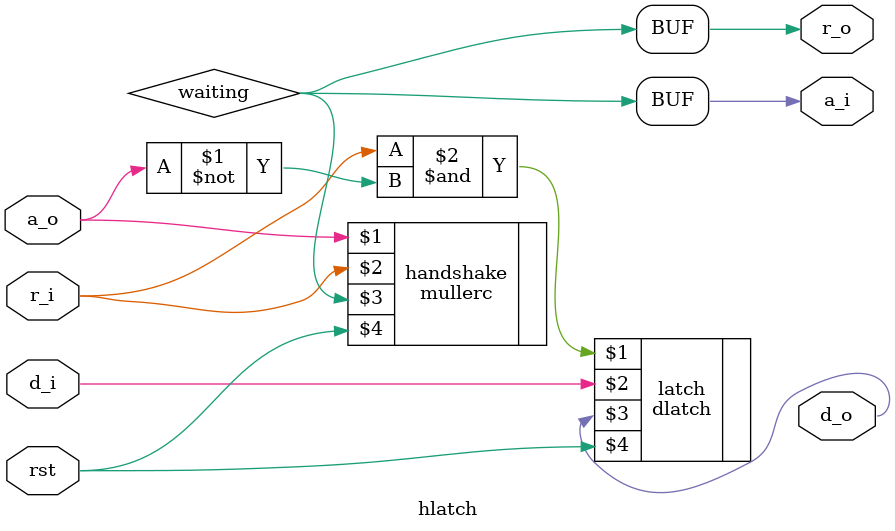
<source format=sv>
`ifndef __hlatch

`include "mullerc.v"
`include "dlatch.v"

module hlatch #(
    parameter RdataVal = 1'b0, // reset value (data)
    parameter RhandshakeVal = 1'b0, // reset value (handshake)
    parameter Rpol = 1'b0, // reset polarity (rst=rpol => reset)

    parameter N = 32'b1,

    parameter NATIVE = 1'b1 // don't optimize
  ) (
  input r_i,
  output a_i,
  input [N-1:0] d_i,

  output r_o,
  input a_o,
  output [N-1:0] d_o,

  input rst);

  wire waiting;
  assign r_o = waiting;
  assign a_i = waiting;

  mullerc #(
    .Rval(RhandshakeVal),
    .Rpol(Rpol),
    .A_inv(1'b1),
    .NATIVE(NATIVE)
  ) handshake (a_o, r_i, waiting,
    rst);

  dlatch #(
    .Rval(RdataVal),
    .Rpol(Rpol),
    .N(N),
    .NATIVE(NATIVE)
    // ) latch (waiting & r_i, d_i, d_o,
    ) latch (r_i & ~a_o, d_i, d_o,
      rst);

endmodule

`define __hlatch
`endif

</source>
